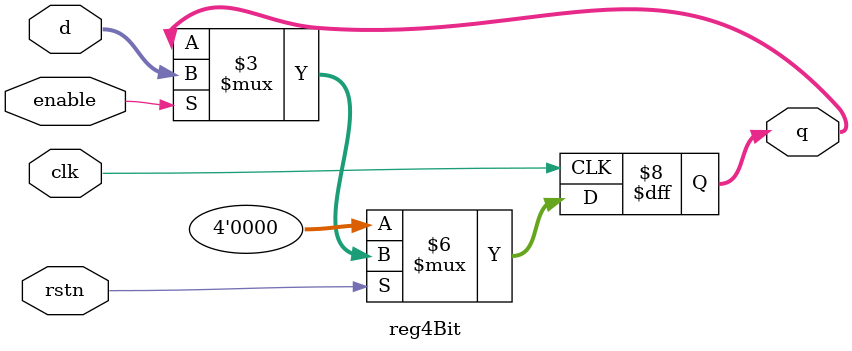
<source format=v>
module reg4Bit (
    input clk,
    input rstn,
    input enable,

    input [3:0] d,
    output reg [3:0] q

);

always @(posedge clk) begin
    if(~rstn) q <= 4'b0;
    else if(enable) q <= d;
end

endmodule
</source>
